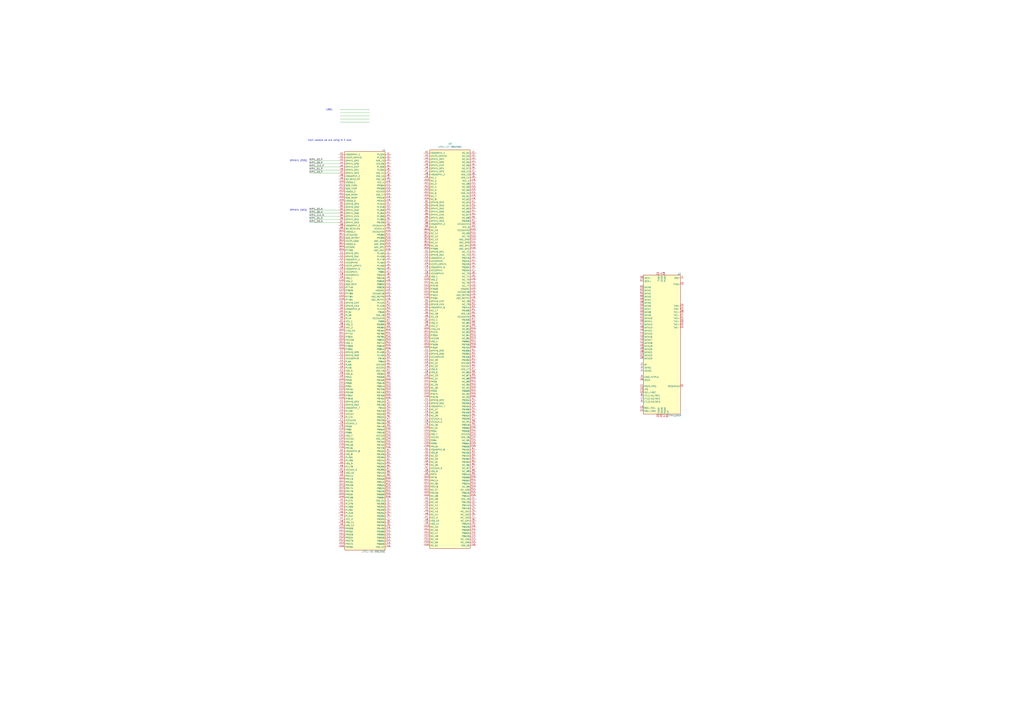
<source format=kicad_sch>
(kicad_sch (version 20250114) (generator "eeschema") (generator_version "9.0")
  (paper "A1")
  (lib_symbols
    (symbol "LIFCL-17-9BG256C:LIFCL-17-9BG256C"
      (property "Reference" "U" (at 39.37 7.62 0))
      (property "Value" "LIFCL-17-9BG256C" (at 39.37 5.08 0))
      (symbol "LIFCL-17-9BG256C_1_1"
        (rectangle (start 5.08 2.54) (end 38.1 -325.12) (stroke (width 0.254)) (fill (type background)))
        (pin passive line (at 0 0 0) (length 5.08) (name "VSSADPHY_1") (number "A1"))
        (pin passive line (at 0 -2.54 0) (length 5.08) (name "VCCPLLDPHY0") (number "A2"))
        (pin passive line (at 0 -5.08 0) (length 5.08) (name "DPHY1_DP2") (number "A3"))
        (pin passive line (at 0 -7.62 0) (length 5.08) (name "DPHY1_DP0") (number "A4"))
        (pin passive line (at 0 -10.16 0) (length 5.08) (name "DPHY1_CKP") (number "A5"))
        (pin passive line (at 0 -12.7 0) (length 5.08) (name "DPHY1_DP1") (number "A6"))
        (pin passive line (at 0 -15.24 0) (length 5.08) (name "DPHY1_DP3") (number "A7"))
        (pin passive line (at 0 -17.78 0) (length 5.08) (name "VSSADPHY_2") (number "A8"))
        (pin passive line (at 0 -20.32 0) (length 5.08) (name "NC_1") (number "A9"))
        (pin passive line (at 0 -22.86 0) (length 5.08) (name "NC_2") (number "A10"))
        (pin passive line (at 0 -25.4 0) (length 5.08) (name "NC_3") (number "A11"))
        (pin passive line (at 0 -27.94 0) (length 5.08) (name "NC_4") (number "A12"))
        (pin passive line (at 0 -30.48 0) (length 5.08) (name "NC_5") (number "A13"))
        (pin passive line (at 0 -33.02 0) (length 5.08) (name "NC_6") (number "A14"))
        (pin passive line (at 0 -35.56 0) (length 5.08) (name "NC_7") (number "A15"))
        (pin passive line (at 0 -38.1 0) (length 5.08) (name "NC_8") (number "A16"))
        (pin passive line (at 0 -40.64 0) (length 5.08) (name "DPHY0_DP3") (number "B1"))
        (pin passive line (at 0 -43.18 0) (length 5.08) (name "DPHY0_DN3") (number "B2"))
        (pin passive line (at 0 -45.72 0) (length 5.08) (name "DPHY1_DN2") (number "B3"))
        (pin passive line (at 0 -48.26 0) (length 5.08) (name "DPHY1_DN0") (number "B4"))
        (pin passive line (at 0 -50.8 0) (length 5.08) (name "DPHY1_CKN") (number "B5"))
        (pin passive line (at 0 -53.34 0) (length 5.08) (name "DPHY1_DN1") (number "B6"))
        (pin passive line (at 0 -55.88 0) (length 5.08) (name "DPHY1_DN3") (number "B7"))
        (pin passive line (at 0 -58.42 0) (length 5.08) (name "VSSADPHY_3") (number "B8"))
        (pin passive line (at 0 -60.96 0) (length 5.08) (name "NC_9") (number "B9"))
        (pin passive line (at 0 -63.5 0) (length 5.08) (name "NC_10") (number "B10"))
        (pin passive line (at 0 -66.04 0) (length 5.08) (name "NC_11") (number "B11"))
        (pin passive line (at 0 -68.58 0) (length 5.08) (name "NC_12") (number "B12"))
        (pin passive line (at 0 -71.12 0) (length 5.08) (name "NC_13") (number "B13"))
        (pin passive line (at 0 -73.66 0) (length 5.08) (name "NC_14") (number "B14"))
        (pin passive line (at 0 -76.2 0) (length 5.08) (name "NC_15") (number "B15"))
        (pin passive line (at 0 -78.74 0) (length 5.08) (name "PT59B") (number "B16"))
        (pin passive line (at 0 -81.28 0) (length 5.08) (name "DPHY0_DP1") (number "C1"))
        (pin passive line (at 0 -83.82 0) (length 5.08) (name "DPHY0_DN1") (number "C2"))
        (pin passive line (at 0 -86.36 0) (length 5.08) (name "VSSADPHY_4") (number "C3"))
        (pin passive line (at 0 -88.9 0) (length 5.08) (name "VCCDPHY0") (number "C4"))
        (pin passive line (at 0 -91.44 0) (length 5.08) (name "VCCPLLDPHY1") (number "C5"))
        (pin passive line (at 0 -93.98 0) (length 5.08) (name "VSSADPHY_5") (number "C6"))
        (pin passive line (at 0 -96.52 0) (length 5.08) (name "VCCDPHY1") (number "C7"))
        (pin passive line (at 0 -99.06 0) (length 5.08) (name "VCCADPHY1") (number "C8"))
        (pin passive line (at 0 -101.6 0) (length 5.08) (name "VSS_1") (number "C9"))
        (pin passive line (at 0 -104.14 0) (length 5.08) (name "VSS_2") (number "C10"))
        (pin passive line (at 0 -106.68 0) (length 5.08) (name "NC_16") (number "C11"))
        (pin passive line (at 0 -109.22 0) (length 5.08) (name "PT57B") (number "C12"))
        (pin passive line (at 0 -111.76 0) (length 5.08) (name "PT65B") (number "C13"))
        (pin passive line (at 0 -114.3 0) (length 5.08) (name "PT61B") (number "C14"))
        (pin passive line (at 0 -116.84 0) (length 5.08) (name "PT61A") (number "C15"))
        (pin passive line (at 0 -119.38 0) (length 5.08) (name "PT59A") (number "C16"))
        (pin passive line (at 0 -121.92 0) (length 5.08) (name "DPHY0_CKP") (number "D1"))
        (pin passive line (at 0 -124.46 0) (length 5.08) (name "DPHY0_CKN") (number "D2"))
        (pin passive line (at 0 -127 0) (length 5.08) (name "VSSADPHY_6") (number "D3"))
        (pin passive line (at 0 -129.54 0) (length 5.08) (name "NC_17") (number "D4"))
        (pin passive line (at 0 -132.08 0) (length 5.08) (name "NC_18") (number "D5"))
        (pin passive line (at 0 -134.62 0) (length 5.08) (name "NC_19") (number "D6"))
        (pin passive line (at 0 -137.16 0) (length 5.08) (name "VCC_1") (number "D7"))
        (pin passive line (at 0 -139.7 0) (length 5.08) (name "VSS_3") (number "D8"))
        (pin passive line (at 0 -142.24 0) (length 5.08) (name "VCC_2") (number "D9"))
        (pin passive line (at 0 -144.78 0) (length 5.08) (name "JTAG_EN") (number "D10"))
        (pin passive line (at 0 -147.32 0) (length 5.08) (name "PT57A") (number "D11"))
        (pin passive line (at 0 -149.86 0) (length 5.08) (name "PT65A") (number "D12"))
        (pin passive line (at 0 -152.4 0) (length 5.08) (name "VCCIO0") (number "D13"))
        (pin passive line (at 0 -154.94 0) (length 5.08) (name "VSS_4") (number "D14"))
        (pin passive line (at 0 -157.48 0) (length 5.08) (name "PT63B") (number "D15"))
        (pin passive line (at 0 -160.02 0) (length 5.08) (name "PT63A") (number "D16"))
        (pin passive line (at 0 -162.56 0) (length 5.08) (name "DPHY0_DP0") (number "E1"))
        (pin passive line (at 0 -165.1 0) (length 5.08) (name "DPHY0_DN0") (number "E2"))
        (pin passive line (at 0 -167.64 0) (length 5.08) (name "VCCADPHY0") (number "E3"))
        (pin passive line (at 0 -170.18 0) (length 5.08) (name "NC_20") (number "E4"))
        (pin passive line (at 0 -172.72 0) (length 5.08) (name "NC_21") (number "E5"))
        (pin passive line (at 0 -175.26 0) (length 5.08) (name "NC_22") (number "E6"))
        (pin passive line (at 0 -177.8 0) (length 5.08) (name "VSS_5") (number "E7"))
        (pin passive line (at 0 -180.34 0) (length 5.08) (name "VSS_6") (number "E8"))
        (pin passive line (at 0 -182.88 0) (length 5.08) (name "NC_23") (number "E9"))
        (pin passive line (at 0 -185.42 0) (length 5.08) (name "NC_24") (number "E10"))
        (pin passive line (at 0 -187.96 0) (length 5.08) (name "PR3B") (number "E11"))
        (pin passive line (at 0 -190.5 0) (length 5.08) (name "NC_25") (number "E12"))
        (pin passive line (at 0 -193.04 0) (length 5.08) (name "NC_26") (number "E13"))
        (pin passive line (at 0 -195.58 0) (length 5.08) (name "PR5B") (number "E14"))
        (pin passive line (at 0 -198.12 0) (length 5.08) (name "PT67A") (number "E15"))
        (pin passive line (at 0 -200.66 0) (length 5.08) (name "PT67B") (number "E16"))
        (pin passive line (at 0 -203.2 0) (length 5.08) (name "DPHY0_DP2") (number "F1"))
        (pin passive line (at 0 -205.74 0) (length 5.08) (name "DPHY0_DN2") (number "F2"))
        (pin passive line (at 0 -208.28 0) (length 5.08) (name "VSSADPHY_7") (number "F3"))
        (pin passive line (at 0 -210.82 0) (length 5.08) (name "NC_27") (number "F4"))
        (pin passive line (at 0 -213.36 0) (length 5.08) (name "NC_28") (number "F5"))
        (pin passive line (at 0 -215.9 0) (length 5.08) (name "NC_29") (number "F6"))
        (pin passive line (at 0 -218.44 0) (length 5.08) (name "VCCAUX_1") (number "F7"))
        (pin passive line (at 0 -220.98 0) (length 5.08) (name "VCCAUX_2") (number "F8"))
        (pin passive line (at 0 -223.52 0) (length 5.08) (name "NC_30") (number "F9"))
        (pin passive line (at 0 -226.06 0) (length 5.08) (name "NC_31") (number "F10"))
        (pin passive line (at 0 -228.6 0) (length 5.08) (name "PR5A") (number "F11"))
        (pin passive line (at 0 -231.14 0) (length 5.08) (name "VSS_7") (number "F12"))
        (pin passive line (at 0 -233.68 0) (length 5.08) (name "VCCIO1") (number "F13"))
        (pin passive line (at 0 -236.22 0) (length 5.08) (name "PR9A") (number "F14"))
        (pin passive line (at 0 -238.76 0) (length 5.08) (name "PR9B") (number "F15"))
        (pin passive line (at 0 -241.3 0) (length 5.08) (name "PR13A") (number "F16"))
        (pin passive line (at 0 -243.84 0) (length 5.08) (name "VSSADPHY_8") (number "G1"))
        (pin passive line (at 0 -246.38 0) (length 5.08) (name "VSS_8") (number "G2"))
        (pin passive line (at 0 -248.92 0) (length 5.08) (name "NC_32") (number "G3"))
        (pin passive line (at 0 -251.46 0) (length 5.08) (name "NC_33") (number "G4"))
        (pin passive line (at 0 -254 0) (length 5.08) (name "NC_34") (number "G5"))
        (pin passive line (at 0 -256.54 0) (length 5.08) (name "NC_35") (number "G6"))
        (pin passive line (at 0 -259.08 0) (length 5.08) (name "VCCAUX_3") (number "G7"))
        (pin passive line (at 0 -261.62 0) (length 5.08) (name "VSS_9") (number "G8"))
        (pin passive line (at 0 -264.16 0) (length 5.08) (name "PR7A") (number "G9"))
        (pin passive line (at 0 -266.7 0) (length 5.08) (name "PR7B") (number "G10"))
        (pin passive line (at 0 -269.24 0) (length 5.08) (name "PR11A") (number "G11"))
        (pin passive line (at 0 -271.78 0) (length 5.08) (name "NC_36") (number "G12"))
        (pin passive line (at 0 -274.32 0) (length 5.08) (name "PR11B") (number "G13"))
        (pin passive line (at 0 -276.86 0) (length 5.08) (name "NC_37") (number "G14"))
        (pin passive line (at 0 -279.4 0) (length 5.08) (name "PR13B") (number "G15"))
        (pin passive line (at 0 -281.94 0) (length 5.08) (name "NC_38") (number "G16"))
        (pin passive line (at 0 -284.48 0) (length 5.08) (name "NC_39") (number "H1"))
        (pin passive line (at 0 -287.02 0) (length 5.08) (name "NC_40") (number "H2"))
        (pin passive line (at 0 -289.56 0) (length 5.08) (name "NC_41") (number "H3"))
        (pin passive line (at 0 -292.1 0) (length 5.08) (name "NC_42") (number "H4"))
        (pin passive line (at 0 -294.64 0) (length 5.08) (name "NC_43") (number "H5"))
        (pin passive line (at 0 -297.18 0) (length 5.08) (name "NC_44") (number "H6"))
        (pin passive line (at 0 -299.72 0) (length 5.08) (name "VCC_3") (number "H7"))
        (pin passive line (at 0 -302.26 0) (length 5.08) (name "VSS_10") (number "H8"))
        (pin passive line (at 0 -304.8 0) (length 5.08) (name "VSS_11") (number "H9"))
        (pin passive line (at 0 -307.34 0) (length 5.08) (name "NC_45") (number "H10"))
        (pin passive line (at 0 -309.88 0) (length 5.08) (name "NC_46") (number "H11"))
        (pin passive line (at 0 -312.42 0) (length 5.08) (name "NC_47") (number "H12"))
        (pin passive line (at 0 -314.96 0) (length 5.08) (name "NC_48") (number "H13"))
        (pin passive line (at 0 -317.5 0) (length 5.08) (name "NC_49") (number "H14"))
        (pin passive line (at 0 -320.04 0) (length 5.08) (name "NC_50") (number "H15"))
        (pin passive line (at 0 -322.58 0) (length 5.08) (name "NC_51") (number "H16"))
        (pin passive line (at 43.18 0 180) (length 5.08) (name "NC_52") (number "J1"))
        (pin passive line (at 43.18 -2.54 180) (length 5.08) (name "NC_53") (number "J2"))
        (pin passive line (at 43.18 -5.08 180) (length 5.08) (name "NC_54") (number "J3"))
        (pin passive line (at 43.18 -7.62 180) (length 5.08) (name "NC_55") (number "J4"))
        (pin passive line (at 43.18 -10.16 180) (length 5.08) (name "NC_56") (number "J5"))
        (pin passive line (at 43.18 -12.7 180) (length 5.08) (name "NC_57") (number "J6"))
        (pin passive line (at 43.18 -15.24 180) (length 5.08) (name "VSS_12") (number "J7"))
        (pin passive line (at 43.18 -17.78 180) (length 5.08) (name "VSS_13") (number "J8"))
        (pin passive line (at 43.18 -20.32 180) (length 5.08) (name "VSS_14") (number "J9"))
        (pin passive line (at 43.18 -22.86 180) (length 5.08) (name "VCC_4") (number "J10"))
        (pin passive line (at 43.18 -25.4 180) (length 5.08) (name "NC_58") (number "J11"))
        (pin passive line (at 43.18 -27.94 180) (length 5.08) (name "NC_59") (number "J12"))
        (pin passive line (at 43.18 -30.48 180) (length 5.08) (name "NC_60") (number "J13"))
        (pin passive line (at 43.18 -33.02 180) (length 5.08) (name "VSS_15") (number "J14"))
        (pin passive line (at 43.18 -35.56 180) (length 5.08) (name "NC_61") (number "J15"))
        (pin passive line (at 43.18 -38.1 180) (length 5.08) (name "NC_62") (number "J16"))
        (pin passive line (at 43.18 -40.64 180) (length 5.08) (name "NC_63") (number "K1"))
        (pin passive line (at 43.18 -43.18 180) (length 5.08) (name "NC_64") (number "K2"))
        (pin passive line (at 43.18 -45.72 180) (length 5.08) (name "NC_65") (number "K3"))
        (pin passive line (at 43.18 -48.26 180) (length 5.08) (name "NC_66") (number "K4"))
        (pin passive line (at 43.18 -50.8 180) (length 5.08) (name "NC_67") (number "K5"))
        (pin passive line (at 43.18 -53.34 180) (length 5.08) (name "NC_68") (number "K6"))
        (pin passive line (at 43.18 -55.88 180) (length 5.08) (name "PB26B") (number "K7"))
        (pin passive line (at 43.18 -58.42 180) (length 5.08) (name "VCCAUXH4") (number "K8"))
        (pin passive line (at 43.18 -60.96 180) (length 5.08) (name "VCC_5") (number "K9"))
        (pin passive line (at 43.18 -63.5 180) (length 5.08) (name "VCCAUXH3") (number "K10"))
        (pin passive line (at 43.18 -66.04 180) (length 5.08) (name "NC_69") (number "K11"))
        (pin passive line (at 43.18 -68.58 180) (length 5.08) (name "NC_70") (number "K12"))
        (pin passive line (at 43.18 -71.12 180) (length 5.08) (name "ADC_DN0") (number "K13"))
        (pin passive line (at 43.18 -73.66 180) (length 5.08) (name "ADC_DP0") (number "K14"))
        (pin passive line (at 43.18 -76.2 180) (length 5.08) (name "ADC_DP1") (number "K15"))
        (pin passive line (at 43.18 -78.74 180) (length 5.08) (name "ADC_DN1") (number "K16"))
        (pin passive line (at 43.18 -81.28 180) (length 5.08) (name "NC_71") (number "L1"))
        (pin passive line (at 43.18 -83.82 180) (length 5.08) (name "NC_72") (number "L2"))
        (pin passive line (at 43.18 -86.36 180) (length 5.08) (name "PB24B") (number "L3"))
        (pin passive line (at 43.18 -88.9 180) (length 5.08) (name "PB22A") (number "L4"))
        (pin passive line (at 43.18 -91.44 180) (length 5.08) (name "PB22B") (number "L5"))
        (pin passive line (at 43.18 -93.98 180) (length 5.08) (name "PB26A") (number "L6"))
        (pin passive line (at 43.18 -96.52 180) (length 5.08) (name "PB20A") (number "L7"))
        (pin passive line (at 43.18 -99.06 180) (length 5.08) (name "NC_73") (number "L8"))
        (pin passive line (at 43.18 -101.6 180) (length 5.08) (name "NC_74") (number "L9"))
        (pin passive line (at 43.18 -104.14 180) (length 5.08) (name "NC_75") (number "L10"))
        (pin passive line (at 43.18 -106.68 180) (length 5.08) (name "NC_76") (number "L11"))
        (pin passive line (at 43.18 -109.22 180) (length 5.08) (name "NC_77") (number "L12"))
        (pin passive line (at 43.18 -111.76 180) (length 5.08) (name "VSSADC") (number "L13"))
        (pin passive line (at 43.18 -114.3 180) (length 5.08) (name "VCCADC18") (number "L14"))
        (pin passive line (at 43.18 -116.84 180) (length 5.08) (name "ADC_REFP0") (number "L15"))
        (pin passive line (at 43.18 -119.38 180) (length 5.08) (name "ADC_REFP1") (number "L16"))
        (pin passive line (at 43.18 -121.92 180) (length 5.08) (name "NC_78") (number "M1"))
        (pin passive line (at 43.18 -124.46 180) (length 5.08) (name "NC_79") (number "M2"))
        (pin passive line (at 43.18 -127 180) (length 5.08) (name "PB24A") (number "M3"))
        (pin passive line (at 43.18 -129.54 180) (length 5.08) (name "PB18B") (number "M4"))
        (pin passive line (at 43.18 -132.08 180) (length 5.08) (name "VSS_16") (number "M5"))
        (pin passive line (at 43.18 -134.62 180) (length 5.08) (name "VCCAUXH5") (number "M6"))
        (pin passive line (at 43.18 -137.16 180) (length 5.08) (name "PB20B") (number "M7"))
        (pin passive line (at 43.18 -139.7 180) (length 5.08) (name "NC_80") (number "M8"))
        (pin passive line (at 43.18 -142.24 180) (length 5.08) (name "NC_81") (number "M9"))
        (pin passive line (at 43.18 -144.78 180) (length 5.08) (name "NC_82") (number "M10"))
        (pin passive line (at 43.18 -147.32 180) (length 5.08) (name "NC_83") (number "M11"))
        (pin passive line (at 43.18 -149.86 180) (length 5.08) (name "NC_84") (number "M12"))
        (pin passive line (at 43.18 -152.4 180) (length 5.08) (name "NC_85") (number "M13"))
        (pin passive line (at 43.18 -154.94 180) (length 5.08) (name "PB68A") (number "M14"))
        (pin passive line (at 43.18 -157.48 180) (length 5.08) (name "PB70B") (number "M15"))
        (pin passive line (at 43.18 -160.02 180) (length 5.08) (name "PB70A") (number "M16"))
        (pin passive line (at 43.18 -162.56 180) (length 5.08) (name "PB28B") (number "N1"))
        (pin passive line (at 43.18 -165.1 180) (length 5.08) (name "PB28A") (number "N2"))
        (pin passive line (at 43.18 -167.64 180) (length 5.08) (name "PB16B") (number "N3"))
        (pin passive line (at 43.18 -170.18 180) (length 5.08) (name "PB18A") (number "N4"))
        (pin passive line (at 43.18 -172.72 180) (length 5.08) (name "VCCIO5") (number "N5"))
        (pin passive line (at 43.18 -175.26 180) (length 5.08) (name "VCCIO4") (number "N6"))
        (pin passive line (at 43.18 -177.8 180) (length 5.08) (name "VSS_17") (number "N7"))
        (pin passive line (at 43.18 -180.34 180) (length 5.08) (name "NC_86") (number "N8"))
        (pin passive line (at 43.18 -182.88 180) (length 5.08) (name "NC_87") (number "N9"))
        (pin passive line (at 43.18 -185.42 180) (length 5.08) (name "NC_88") (number "N10"))
        (pin passive line (at 43.18 -187.96 180) (length 5.08) (name "NC_89") (number "N11"))
        (pin passive line (at 43.18 -190.5 180) (length 5.08) (name "NC_90") (number "N12"))
        (pin passive line (at 43.18 -193.04 180) (length 5.08) (name "NC_91") (number "N13"))
        (pin passive line (at 43.18 -195.58 180) (length 5.08) (name "PB68B") (number "N14"))
        (pin passive line (at 43.18 -198.12 180) (length 5.08) (name "NC_92") (number "N15"))
        (pin passive line (at 43.18 -200.66 180) (length 5.08) (name "NC_93") (number "N16"))
        (pin passive line (at 43.18 -203.2 180) (length 5.08) (name "PB30A") (number "P1"))
        (pin passive line (at 43.18 -205.74 180) (length 5.08) (name "PB30B") (number "P2"))
        (pin passive line (at 43.18 -208.28 180) (length 5.08) (name "PB16A") (number "P3"))
        (pin passive line (at 43.18 -210.82 180) (length 5.08) (name "PB48B") (number "P4"))
        (pin passive line (at 43.18 -213.36 180) (length 5.08) (name "PB46B") (number "P5"))
        (pin passive line (at 43.18 -215.9 180) (length 5.08) (name "PB50A") (number "P6"))
        (pin passive line (at 43.18 -218.44 180) (length 5.08) (name "PB50B") (number "P7"))
        (pin passive line (at 43.18 -220.98 180) (length 5.08) (name "NC_94") (number "P8"))
        (pin passive line (at 43.18 -223.52 180) (length 5.08) (name "PB54B") (number "P9"))
        (pin passive line (at 43.18 -226.06 180) (length 5.08) (name "PB58A") (number "P10"))
        (pin passive line (at 43.18 -228.6 180) (length 5.08) (name "PB56B") (number "P11"))
        (pin passive line (at 43.18 -231.14 180) (length 5.08) (name "VCCIO3") (number "P12"))
        (pin passive line (at 43.18 -233.68 180) (length 5.08) (name "VSS_18") (number "P13"))
        (pin passive line (at 43.18 -236.22 180) (length 5.08) (name "NC_95") (number "P14"))
        (pin passive line (at 43.18 -238.76 180) (length 5.08) (name "PB66A") (number "P15"))
        (pin passive line (at 43.18 -241.3 180) (length 5.08) (name "PB66B") (number "P16"))
        (pin passive line (at 43.18 -243.84 180) (length 5.08) (name "PB40A") (number "R1"))
        (pin passive line (at 43.18 -246.38 180) (length 5.08) (name "PB40B") (number "R2"))
        (pin passive line (at 43.18 -248.92 180) (length 5.08) (name "PB42A") (number "R3"))
        (pin passive line (at 43.18 -251.46 180) (length 5.08) (name "PB48A") (number "R4"))
        (pin passive line (at 43.18 -254 180) (length 5.08) (name "PB46A") (number "R5"))
        (pin passive line (at 43.18 -256.54 180) (length 5.08) (name "NC_96") (number "R6"))
        (pin passive line (at 43.18 -259.08 180) (length 5.08) (name "NC_97") (number "R7"))
        (pin passive line (at 43.18 -261.62 180) (length 5.08) (name "NC_98") (number "R8"))
        (pin passive line (at 43.18 -264.16 180) (length 5.08) (name "PB54A") (number "R9"))
        (pin passive line (at 43.18 -266.7 180) (length 5.08) (name "PB58B") (number "R10"))
        (pin passive line (at 43.18 -269.24 180) (length 5.08) (name "PB56A") (number "R11"))
        (pin passive line (at 43.18 -271.78 180) (length 5.08) (name "PB62A") (number "R12"))
        (pin passive line (at 43.18 -274.32 180) (length 5.08) (name "NC_99") (number "R13"))
        (pin passive line (at 43.18 -276.86 180) (length 5.08) (name "NC_100") (number "R14"))
        (pin passive line (at 43.18 -279.4 180) (length 5.08) (name "PB64B") (number "R15"))
        (pin passive line (at 43.18 -281.94 180) (length 5.08) (name "PB64A") (number "R16"))
        (pin passive line (at 43.18 -284.48 180) (length 5.08) (name "VSS_19") (number "T1"))
        (pin passive line (at 43.18 -287.02 180) (length 5.08) (name "PB42B") (number "T2"))
        (pin passive line (at 43.18 -289.56 180) (length 5.08) (name "PB44A") (number "T3"))
        (pin passive line (at 43.18 -292.1 180) (length 5.08) (name "PB44B") (number "T4"))
        (pin passive line (at 43.18 -294.64 180) (length 5.08) (name "NC_101") (number "T5"))
        (pin passive line (at 43.18 -297.18 180) (length 5.08) (name "NC_102") (number "T6"))
        (pin passive line (at 43.18 -299.72 180) (length 5.08) (name "NC_103") (number "T7"))
        (pin passive line (at 43.18 -302.26 180) (length 5.08) (name "NC_104") (number "T8"))
        (pin passive line (at 43.18 -304.8 180) (length 5.08) (name "PB52A") (number "T9"))
        (pin passive line (at 43.18 -307.34 180) (length 5.08) (name "PB52B") (number "T10"))
        (pin passive line (at 43.18 -309.88 180) (length 5.08) (name "PB60B") (number "T11"))
        (pin passive line (at 43.18 -312.42 180) (length 5.08) (name "PB60A") (number "T12"))
        (pin passive line (at 43.18 -314.96 180) (length 5.08) (name "PB62B") (number "T13"))
        (pin passive line (at 43.18 -317.5 180) (length 5.08) (name "NC_105") (number "T14"))
        (pin passive line (at 43.18 -320.04 180) (length 5.08) (name "NC_106") (number "T15"))
        (pin passive line (at 43.18 -322.58 180) (length 5.08) (name "VSS_20") (number "T16"))
      )
    )
    (symbol "LIFCL-40-9BG256C_1"
      (property "Reference" "U" (at 39.37 7.62 0))
      (property "Value" "LIFCL-40-9BG256C" (at 39.37 5.08 0))
      (symbol "LIFCL-40-9BG256C_1_1_1"
        (rectangle (start 5.08 2.54) (end 38.1 -325.12) (stroke (width 0.254)) (fill (type background)))
        (pin passive line (at 0 0 0) (length 5.08) (name "VSSADPHY_1") (number "A1"))
        (pin passive line (at 0 -2.54 0) (length 5.08) (name "VCCPLLDPHY0") (number "A2"))
        (pin passive line (at 0 -5.08 0) (length 5.08) (name "DPHY1_DP2") (number "A3"))
        (pin passive line (at 0 -7.62 0) (length 5.08) (name "DPHY1_DP0") (number "A4"))
        (pin passive line (at 0 -10.16 0) (length 5.08) (name "DPHY1_CKP") (number "A5"))
        (pin passive line (at 0 -12.7 0) (length 5.08) (name "DPHY1_DP1") (number "A6"))
        (pin passive line (at 0 -15.24 0) (length 5.08) (name "DPHY1_DP3") (number "A7"))
        (pin passive line (at 0 -17.78 0) (length 5.08) (name "VSSADPHY_2") (number "A8"))
        (pin passive line (at 0 -20.32 0) (length 5.08) (name "SD_REFCLKP") (number "A9"))
        (pin passive line (at 0 -22.86 0) (length 5.08) (name "VSSSD_1") (number "A10"))
        (pin passive line (at 0 -25.4 0) (length 5.08) (name "SD0_TXDN") (number "A11"))
        (pin passive line (at 0 -27.94 0) (length 5.08) (name "SD0_TXDP") (number "A12"))
        (pin passive line (at 0 -30.48 0) (length 5.08) (name "VSSSD_2") (number "A13"))
        (pin passive line (at 0 -33.02 0) (length 5.08) (name "SD0_RXDN") (number "A14"))
        (pin passive line (at 0 -35.56 0) (length 5.08) (name "SD0_RXDP") (number "A15"))
        (pin passive line (at 0 -38.1 0) (length 5.08) (name "VSSSD_3") (number "A16"))
        (pin passive line (at 0 -40.64 0) (length 5.08) (name "DPHY0_DP3") (number "B1"))
        (pin passive line (at 0 -43.18 0) (length 5.08) (name "DPHY0_DN3") (number "B2"))
        (pin passive line (at 0 -45.72 0) (length 5.08) (name "DPHY1_DN2") (number "B3"))
        (pin passive line (at 0 -48.26 0) (length 5.08) (name "DPHY1_DN0") (number "B4"))
        (pin passive line (at 0 -50.8 0) (length 5.08) (name "DPHY1_CKN") (number "B5"))
        (pin passive line (at 0 -53.34 0) (length 5.08) (name "DPHY1_DN1") (number "B6"))
        (pin passive line (at 0 -55.88 0) (length 5.08) (name "DPHY1_DN3") (number "B7"))
        (pin passive line (at 0 -58.42 0) (length 5.08) (name "VSSADPHY_3") (number "B8"))
        (pin passive line (at 0 -60.96 0) (length 5.08) (name "SD_REFCLKN") (number "B9"))
        (pin passive line (at 0 -63.5 0) (length 5.08) (name "VSSSD_4") (number "B10"))
        (pin passive line (at 0 -66.04 0) (length 5.08) (name "VCCAUXSD") (number "B11"))
        (pin passive line (at 0 -68.58 0) (length 5.08) (name "SD0_REFRET") (number "B12"))
        (pin passive line (at 0 -71.12 0) (length 5.08) (name "VCCPLLSD0") (number "B13"))
        (pin passive line (at 0 -73.66 0) (length 5.08) (name "VSSSD_5") (number "B14"))
        (pin passive line (at 0 -76.2 0) (length 5.08) (name "VCCSD0") (number "B15"))
        (pin passive line (at 0 -78.74 0) (length 5.08) (name "PT76B") (number "B16"))
        (pin passive line (at 0 -81.28 0) (length 5.08) (name "DPHY0_DP1") (number "C1"))
        (pin passive line (at 0 -83.82 0) (length 5.08) (name "DPHY0_DN1") (number "C2"))
        (pin passive line (at 0 -86.36 0) (length 5.08) (name "VSSADPHY_4") (number "C3"))
        (pin passive line (at 0 -88.9 0) (length 5.08) (name "VCCDPHY0") (number "C4"))
        (pin passive line (at 0 -91.44 0) (length 5.08) (name "VCCPLLDPHY1") (number "C5"))
        (pin passive line (at 0 -93.98 0) (length 5.08) (name "VSSADPHY_5") (number "C6"))
        (pin passive line (at 0 -96.52 0) (length 5.08) (name "VCCDPHY1") (number "C7"))
        (pin passive line (at 0 -99.06 0) (length 5.08) (name "VCCADPHY1") (number "C8"))
        (pin passive line (at 0 -101.6 0) (length 5.08) (name "VSS_1") (number "C9"))
        (pin passive line (at 0 -104.14 0) (length 5.08) (name "VSS_2") (number "C10"))
        (pin passive line (at 0 -106.68 0) (length 5.08) (name "SD0_REXT") (number "C11"))
        (pin passive line (at 0 -109.22 0) (length 5.08) (name "PT74B") (number "C12"))
        (pin passive line (at 0 -111.76 0) (length 5.08) (name "PT82B") (number "C13"))
        (pin passive line (at 0 -114.3 0) (length 5.08) (name "PT78B") (number "C14"))
        (pin passive line (at 0 -116.84 0) (length 5.08) (name "PT78A") (number "C15"))
        (pin passive line (at 0 -119.38 0) (length 5.08) (name "PT76A") (number "C16"))
        (pin passive line (at 0 -121.92 0) (length 5.08) (name "DPHY0_CKP") (number "D1"))
        (pin passive line (at 0 -124.46 0) (length 5.08) (name "DPHY0_CKN") (number "D2"))
        (pin passive line (at 0 -127 0) (length 5.08) (name "VSSADPHY_6") (number "D3"))
        (pin passive line (at 0 -129.54 0) (length 5.08) (name "PL3A") (number "D4"))
        (pin passive line (at 0 -132.08 0) (length 5.08) (name "PL3B") (number "D5"))
        (pin passive line (at 0 -134.62 0) (length 5.08) (name "PL4A") (number "D6"))
        (pin passive line (at 0 -137.16 0) (length 5.08) (name "VCC_1") (number "D7"))
        (pin passive line (at 0 -139.7 0) (length 5.08) (name "VSS_3") (number "D8"))
        (pin passive line (at 0 -142.24 0) (length 5.08) (name "VCC_2") (number "D9"))
        (pin passive line (at 0 -144.78 0) (length 5.08) (name "JTAG_EN") (number "D10"))
        (pin passive line (at 0 -147.32 0) (length 5.08) (name "PT74A") (number "D11"))
        (pin passive line (at 0 -149.86 0) (length 5.08) (name "PT82A") (number "D12"))
        (pin passive line (at 0 -152.4 0) (length 5.08) (name "VCCIO0") (number "D13"))
        (pin passive line (at 0 -154.94 0) (length 5.08) (name "VSS_4") (number "D14"))
        (pin passive line (at 0 -157.48 0) (length 5.08) (name "PT80B") (number "D15"))
        (pin passive line (at 0 -160.02 0) (length 5.08) (name "PT80A") (number "D16"))
        (pin passive line (at 0 -162.56 0) (length 5.08) (name "DPHY0_DP0") (number "E1"))
        (pin passive line (at 0 -165.1 0) (length 5.08) (name "DPHY0_DN0") (number "E2"))
        (pin passive line (at 0 -167.64 0) (length 5.08) (name "VCCADPHY0") (number "E3"))
        (pin passive line (at 0 -170.18 0) (length 5.08) (name "PL6A") (number "E4"))
        (pin passive line (at 0 -172.72 0) (length 5.08) (name "PL6B") (number "E5"))
        (pin passive line (at 0 -175.26 0) (length 5.08) (name "PL4B") (number "E6"))
        (pin passive line (at 0 -177.8 0) (length 5.08) (name "VSS_5") (number "E7"))
        (pin passive line (at 0 -180.34 0) (length 5.08) (name "VSS_6") (number "E8"))
        (pin passive line (at 0 -182.88 0) (length 5.08) (name "PR4A") (number "E9"))
        (pin passive line (at 0 -185.42 0) (length 5.08) (name "PR4B") (number "E10"))
        (pin passive line (at 0 -187.96 0) (length 5.08) (name "PR6B") (number "E11"))
        (pin passive line (at 0 -190.5 0) (length 5.08) (name "PR6A") (number "E12"))
        (pin passive line (at 0 -193.04 0) (length 5.08) (name "PR10A") (number "E13"))
        (pin passive line (at 0 -195.58 0) (length 5.08) (name "PR10B") (number "E14"))
        (pin passive line (at 0 -198.12 0) (length 5.08) (name "PT84A") (number "E15"))
        (pin passive line (at 0 -200.66 0) (length 5.08) (name "PT84B") (number "E16"))
        (pin passive line (at 0 -203.2 0) (length 5.08) (name "DPHY0_DP2") (number "F1"))
        (pin passive line (at 0 -205.74 0) (length 5.08) (name "DPHY0_DN2") (number "F2"))
        (pin passive line (at 0 -208.28 0) (length 5.08) (name "VSSADPHY_7") (number "F3"))
        (pin passive line (at 0 -210.82 0) (length 5.08) (name "PL19A") (number "F4"))
        (pin passive line (at 0 -213.36 0) (length 5.08) (name "VCCIO7") (number "F5"))
        (pin passive line (at 0 -215.9 0) (length 5.08) (name "PL17A") (number "F6"))
        (pin passive line (at 0 -218.44 0) (length 5.08) (name "VCCAUXA") (number "F7"))
        (pin passive line (at 0 -220.98 0) (length 5.08) (name "VCCAUX_1") (number "F8"))
        (pin passive line (at 0 -223.52 0) (length 5.08) (name "PR3B") (number "F9"))
        (pin passive line (at 0 -226.06 0) (length 5.08) (name "PR8A") (number "F10"))
        (pin passive line (at 0 -228.6 0) (length 5.08) (name "PR8B") (number "F11"))
        (pin passive line (at 0 -231.14 0) (length 5.08) (name "VSS_7") (number "F12"))
        (pin passive line (at 0 -233.68 0) (length 5.08) (name "VCCIO1") (number "F13"))
        (pin passive line (at 0 -236.22 0) (length 5.08) (name "PR13A") (number "F14"))
        (pin passive line (at 0 -238.76 0) (length 5.08) (name "PR13B") (number "F15"))
        (pin passive line (at 0 -241.3 0) (length 5.08) (name "PR19A") (number "F16"))
        (pin passive line (at 0 -243.84 0) (length 5.08) (name "VSSADPHY_8") (number "G1"))
        (pin passive line (at 0 -246.38 0) (length 5.08) (name "VSS_8") (number "G2"))
        (pin passive line (at 0 -248.92 0) (length 5.08) (name "PL20A") (number "G3"))
        (pin passive line (at 0 -251.46 0) (length 5.08) (name "PL19B") (number "G4"))
        (pin passive line (at 0 -254 0) (length 5.08) (name "VSS_9") (number "G5"))
        (pin passive line (at 0 -256.54 0) (length 5.08) (name "PL17B") (number "G6"))
        (pin passive line (at 0 -259.08 0) (length 5.08) (name "VCCAUX_2") (number "G7"))
        (pin passive line (at 0 -261.62 0) (length 5.08) (name "VSS_10") (number "G8"))
        (pin passive line (at 0 -264.16 0) (length 5.08) (name "PR11A") (number "G9"))
        (pin passive line (at 0 -266.7 0) (length 5.08) (name "PR11B") (number "G10"))
        (pin passive line (at 0 -269.24 0) (length 5.08) (name "PR15A") (number "G11"))
        (pin passive line (at 0 -271.78 0) (length 5.08) (name "PR15B") (number "G12"))
        (pin passive line (at 0 -274.32 0) (length 5.08) (name "PR17A") (number "G13"))
        (pin passive line (at 0 -276.86 0) (length 5.08) (name "PR17B") (number "G14"))
        (pin passive line (at 0 -279.4 0) (length 5.08) (name "PR20A") (number "G15"))
        (pin passive line (at 0 -281.94 0) (length 5.08) (name "PR19B") (number "G16"))
        (pin passive line (at 0 -284.48 0) (length 5.08) (name "PL27A") (number "H1"))
        (pin passive line (at 0 -287.02 0) (length 5.08) (name "PL27B") (number "H2"))
        (pin passive line (at 0 -289.56 0) (length 5.08) (name "PL26B") (number "H3"))
        (pin passive line (at 0 -292.1 0) (length 5.08) (name "PL26A") (number "H4"))
        (pin passive line (at 0 -294.64 0) (length 5.08) (name "PL24B") (number "H5"))
        (pin passive line (at 0 -297.18 0) (length 5.08) (name "PL24A") (number "H6"))
        (pin passive line (at 0 -299.72 0) (length 5.08) (name "VCC_3") (number "H7"))
        (pin passive line (at 0 -302.26 0) (length 5.08) (name "VSS_11") (number "H8"))
        (pin passive line (at 0 -304.8 0) (length 5.08) (name "VSS_12") (number "H9"))
        (pin passive line (at 0 -307.34 0) (length 5.08) (name "PR30B") (number "H10"))
        (pin passive line (at 0 -309.88 0) (length 5.08) (name "PR30A") (number "H11"))
        (pin passive line (at 0 -312.42 0) (length 5.08) (name "PR32B") (number "H12"))
        (pin passive line (at 0 -314.96 0) (length 5.08) (name "PR32A") (number "H13"))
        (pin passive line (at 0 -317.5 0) (length 5.08) (name "PR27B") (number "H14"))
        (pin passive line (at 0 -320.04 0) (length 5.08) (name "PR27A") (number "H15"))
        (pin passive line (at 0 -322.58 0) (length 5.08) (name "PR26A") (number "H16"))
        (pin passive line (at 43.18 0 180) (length 5.08) (name "PL32A") (number "J1"))
        (pin passive line (at 43.18 -2.54 180) (length 5.08) (name "PL32B") (number "J2"))
        (pin passive line (at 43.18 -5.08 180) (length 5.08) (name "VSS_13") (number "J3"))
        (pin passive line (at 43.18 -7.62 180) (length 5.08) (name "VCCIO6") (number "J4"))
        (pin passive line (at 43.18 -10.16 180) (length 5.08) (name "PL30B") (number "J5"))
        (pin passive line (at 43.18 -12.7 180) (length 5.08) (name "PL30A") (number "J6"))
        (pin passive line (at 43.18 -15.24 180) (length 5.08) (name "VSS_14") (number "J7"))
        (pin passive line (at 43.18 -17.78 180) (length 5.08) (name "VSS_15") (number "J8"))
        (pin passive line (at 43.18 -20.32 180) (length 5.08) (name "VSS_16") (number "J9"))
        (pin passive line (at 43.18 -22.86 180) (length 5.08) (name "VCC_4") (number "J10"))
        (pin passive line (at 43.18 -25.4 180) (length 5.08) (name "PR36A") (number "J11"))
        (pin passive line (at 43.18 -27.94 180) (length 5.08) (name "PR36B") (number "J12"))
        (pin passive line (at 43.18 -30.48 180) (length 5.08) (name "VCCIO2") (number "J13"))
        (pin passive line (at 43.18 -33.02 180) (length 5.08) (name "VSS_17") (number "J14"))
        (pin passive line (at 43.18 -35.56 180) (length 5.08) (name "PR34B") (number "J15"))
        (pin passive line (at 43.18 -38.1 180) (length 5.08) (name "PR34A") (number "J16"))
        (pin passive line (at 43.18 -40.64 180) (length 5.08) (name "PL34A") (number "K1"))
        (pin passive line (at 43.18 -43.18 180) (length 5.08) (name "PL34B") (number "K2"))
        (pin passive line (at 43.18 -45.72 180) (length 5.08) (name "PL36B") (number "K3"))
        (pin passive line (at 43.18 -48.26 180) (length 5.08) (name "PL36A") (number "K4"))
        (pin passive line (at 43.18 -50.8 180) (length 5.08) (name "PL38B") (number "K5"))
        (pin passive line (at 43.18 -53.34 180) (length 5.08) (name "PL38A") (number "K6"))
        (pin passive line (at 43.18 -55.88 180) (length 5.08) (name "PB10B") (number "K7"))
        (pin passive line (at 43.18 -58.42 180) (length 5.08) (name "VCCAUXH4") (number "K8"))
        (pin passive line (at 43.18 -60.96 180) (length 5.08) (name "VCCECLK") (number "K9"))
        (pin passive line (at 43.18 -63.5 180) (length 5.08) (name "VCCAUXH3") (number "K10"))
        (pin passive line (at 43.18 -66.04 180) (length 5.08) (name "PR38A") (number "K11"))
        (pin passive line (at 43.18 -68.58 180) (length 5.08) (name "PR38B") (number "K12"))
        (pin passive line (at 43.18 -71.12 180) (length 5.08) (name "ADC_DN0") (number "K13"))
        (pin passive line (at 43.18 -73.66 180) (length 5.08) (name "ADC_DP0") (number "K14"))
        (pin passive line (at 43.18 -76.2 180) (length 5.08) (name "ADC_DP1") (number "K15"))
        (pin passive line (at 43.18 -78.74 180) (length 5.08) (name "ADC_DN1") (number "K16"))
        (pin passive line (at 43.18 -81.28 180) (length 5.08) (name "PL40A") (number "L1"))
        (pin passive line (at 43.18 -83.82 180) (length 5.08) (name "PL40B") (number "L2"))
        (pin passive line (at 43.18 -86.36 180) (length 5.08) (name "PL47B") (number "L3"))
        (pin passive line (at 43.18 -88.9 180) (length 5.08) (name "PL46A") (number "L4"))
        (pin passive line (at 43.18 -91.44 180) (length 5.08) (name "PL46B") (number "L5"))
        (pin passive line (at 43.18 -93.98 180) (length 5.08) (name "PB10A") (number "L6"))
        (pin passive line (at 43.18 -96.52 180) (length 5.08) (name "PB8A") (number "L7"))
        (pin passive line (at 43.18 -99.06 180) (length 5.08) (name "PB34A") (number "L8"))
        (pin passive line (at 43.18 -101.6 180) (length 5.08) (name "PB34B") (number "L9"))
        (pin passive line (at 43.18 -104.14 180) (length 5.08) (name "PB80B") (number "L10"))
        (pin passive line (at 43.18 -106.68 180) (length 5.08) (name "PB80A") (number "L11"))
        (pin passive line (at 43.18 -109.22 180) (length 5.08) (name "PB82B") (number "L12"))
        (pin passive line (at 43.18 -111.76 180) (length 5.08) (name "VSSADC") (number "L13"))
        (pin passive line (at 43.18 -114.3 180) (length 5.08) (name "VCCADC18") (number "L14"))
        (pin passive line (at 43.18 -116.84 180) (length 5.08) (name "ADC_REFP0") (number "L15"))
        (pin passive line (at 43.18 -119.38 180) (length 5.08) (name "ADC_REFP1") (number "L16"))
        (pin passive line (at 43.18 -121.92 180) (length 5.08) (name "PL42A") (number "M1"))
        (pin passive line (at 43.18 -124.46 180) (length 5.08) (name "PL42B") (number "M2"))
        (pin passive line (at 43.18 -127 180) (length 5.08) (name "PL47A") (number "M3"))
        (pin passive line (at 43.18 -129.54 180) (length 5.08) (name "PB6B") (number "M4"))
        (pin passive line (at 43.18 -132.08 180) (length 5.08) (name "VSS_18") (number "M5"))
        (pin passive line (at 43.18 -134.62 180) (length 5.08) (name "VCCAUXH5") (number "M6"))
        (pin passive line (at 43.18 -137.16 180) (length 5.08) (name "PB8B") (number "M7"))
        (pin passive line (at 43.18 -139.7 180) (length 5.08) (name "PB38B") (number "M8"))
        (pin passive line (at 43.18 -142.24 180) (length 5.08) (name "PB38A") (number "M9"))
        (pin passive line (at 43.18 -144.78 180) (length 5.08) (name "PB46A") (number "M10"))
        (pin passive line (at 43.18 -147.32 180) (length 5.08) (name "PB78B") (number "M11"))
        (pin passive line (at 43.18 -149.86 180) (length 5.08) (name "PB78A") (number "M12"))
        (pin passive line (at 43.18 -152.4 180) (length 5.08) (name "PB82A") (number "M13"))
        (pin passive line (at 43.18 -154.94 180) (length 5.08) (name "PB74A") (number "M14"))
        (pin passive line (at 43.18 -157.48 180) (length 5.08) (name "PB84B") (number "M15"))
        (pin passive line (at 43.18 -160.02 180) (length 5.08) (name "PB84A") (number "M16"))
        (pin passive line (at 43.18 -162.56 180) (length 5.08) (name "PL49B") (number "N1"))
        (pin passive line (at 43.18 -165.1 180) (length 5.08) (name "PL49A") (number "N2"))
        (pin passive line (at 43.18 -167.64 180) (length 5.08) (name "PB4B") (number "N3"))
        (pin passive line (at 43.18 -170.18 180) (length 5.08) (name "PB6A") (number "N4"))
        (pin passive line (at 43.18 -172.72 180) (length 5.08) (name "VCCIO5") (number "N5"))
        (pin passive line (at 43.18 -175.26 180) (length 5.08) (name "VCCIO4") (number "N6"))
        (pin passive line (at 43.18 -177.8 180) (length 5.08) (name "VSS_19") (number "N7"))
        (pin passive line (at 43.18 -180.34 180) (length 5.08) (name "PB36A") (number "N8"))
        (pin passive line (at 43.18 -182.88 180) (length 5.08) (name "PB36B") (number "N9"))
        (pin passive line (at 43.18 -185.42 180) (length 5.08) (name "PB46B") (number "N10"))
        (pin passive line (at 43.18 -187.96 180) (length 5.08) (name "PB64B") (number "N11"))
        (pin passive line (at 43.18 -190.5 180) (length 5.08) (name "PB64A") (number "N12"))
        (pin passive line (at 43.18 -193.04 180) (length 5.08) (name "PB70B") (number "N13"))
        (pin passive line (at 43.18 -195.58 180) (length 5.08) (name "PB74B") (number "N14"))
        (pin passive line (at 43.18 -198.12 180) (length 5.08) (name "PB76B") (number "N15"))
        (pin passive line (at 43.18 -200.66 180) (length 5.08) (name "PB76A") (number "N16"))
        (pin passive line (at 43.18 -203.2 180) (length 5.08) (name "PB12A") (number "P1"))
        (pin passive line (at 43.18 -205.74 180) (length 5.08) (name "PB12B") (number "P2"))
        (pin passive line (at 43.18 -208.28 180) (length 5.08) (name "PB4A") (number "P3"))
        (pin passive line (at 43.18 -210.82 180) (length 5.08) (name "PB24B") (number "P4"))
        (pin passive line (at 43.18 -213.36 180) (length 5.08) (name "PB22B") (number "P5"))
        (pin passive line (at 43.18 -215.9 180) (length 5.08) (name "PB32A") (number "P6"))
        (pin passive line (at 43.18 -218.44 180) (length 5.08) (name "PB32B") (number "P7"))
        (pin passive line (at 43.18 -220.98 180) (length 5.08) (name "PB42B") (number "P8"))
        (pin passive line (at 43.18 -223.52 180) (length 5.08) (name "PB44B") (number "P9"))
        (pin passive line (at 43.18 -226.06 180) (length 5.08) (name "PB56A") (number "P10"))
        (pin passive line (at 43.18 -228.6 180) (length 5.08) (name "PB54B") (number "P11"))
        (pin passive line (at 43.18 -231.14 180) (length 5.08) (name "VCCIO3") (number "P12"))
        (pin passive line (at 43.18 -233.68 180) (length 5.08) (name "VSS_20") (number "P13"))
        (pin passive line (at 43.18 -236.22 180) (length 5.08) (name "PB70A") (number "P14"))
        (pin passive line (at 43.18 -238.76 180) (length 5.08) (name "PB72A") (number "P15"))
        (pin passive line (at 43.18 -241.3 180) (length 5.08) (name "PB72B") (number "P16"))
        (pin passive line (at 43.18 -243.84 180) (length 5.08) (name "PB16A") (number "R1"))
        (pin passive line (at 43.18 -246.38 180) (length 5.08) (name "PB16B") (number "R2"))
        (pin passive line (at 43.18 -248.92 180) (length 5.08) (name "PB18A") (number "R3"))
        (pin passive line (at 43.18 -251.46 180) (length 5.08) (name "PB24A") (number "R4"))
        (pin passive line (at 43.18 -254 180) (length 5.08) (name "PB22A") (number "R5"))
        (pin passive line (at 43.18 -256.54 180) (length 5.08) (name "PB26B") (number "R6"))
        (pin passive line (at 43.18 -259.08 180) (length 5.08) (name "PB28B") (number "R7"))
        (pin passive line (at 43.18 -261.62 180) (length 5.08) (name "PB42A") (number "R8"))
        (pin passive line (at 43.18 -264.16 180) (length 5.08) (name "PB44A") (number "R9"))
        (pin passive line (at 43.18 -266.7 180) (length 5.08) (name "PB56B") (number "R10"))
        (pin passive line (at 43.18 -269.24 180) (length 5.08) (name "PB54A") (number "R11"))
        (pin passive line (at 43.18 -271.78 180) (length 5.08) (name "PB60A") (number "R12"))
        (pin passive line (at 43.18 -274.32 180) (length 5.08) (name "PB62A") (number "R13"))
        (pin passive line (at 43.18 -276.86 180) (length 5.08) (name "PB62B") (number "R14"))
        (pin passive line (at 43.18 -279.4 180) (length 5.08) (name "PB68B") (number "R15"))
        (pin passive line (at 43.18 -281.94 180) (length 5.08) (name "PB68A") (number "R16"))
        (pin passive line (at 43.18 -284.48 180) (length 5.08) (name "VSS_21") (number "T1"))
        (pin passive line (at 43.18 -287.02 180) (length 5.08) (name "PB18B") (number "T2"))
        (pin passive line (at 43.18 -289.56 180) (length 5.08) (name "PB20A") (number "T3"))
        (pin passive line (at 43.18 -292.1 180) (length 5.08) (name "PB20B") (number "T4"))
        (pin passive line (at 43.18 -294.64 180) (length 5.08) (name "PB26A") (number "T5"))
        (pin passive line (at 43.18 -297.18 180) (length 5.08) (name "PB28A") (number "T6"))
        (pin passive line (at 43.18 -299.72 180) (length 5.08) (name "PB30A") (number "T7"))
        (pin passive line (at 43.18 -302.26 180) (length 5.08) (name "PB30B") (number "T8"))
        (pin passive line (at 43.18 -304.8 180) (length 5.08) (name "PB40A") (number "T9"))
        (pin passive line (at 43.18 -307.34 180) (length 5.08) (name "PB40B") (number "T10"))
        (pin passive line (at 43.18 -309.88 180) (length 5.08) (name "PB58B") (number "T11"))
        (pin passive line (at 43.18 -312.42 180) (length 5.08) (name "PB58A") (number "T12"))
        (pin passive line (at 43.18 -314.96 180) (length 5.08) (name "PB60B") (number "T13"))
        (pin passive line (at 43.18 -317.5 180) (length 5.08) (name "PB66A") (number "T14"))
        (pin passive line (at 43.18 -320.04 180) (length 5.08) (name "PB66B") (number "T15"))
        (pin passive line (at 43.18 -322.58 180) (length 5.08) (name "VSS_22") (number "T16"))
      )
    )
    (symbol "Video:TFP410PAP"
      (property "Reference" "U" (at -13.97 57.15 0))
      (property "Value" "TFP410PAP" (at 11.43 57.15 0))
      (symbol "TFP410PAP_0_1"
        (rectangle (start -15.24 55.88) (end 15.24 -58.42) (stroke (width 0.254)) (fill (type background)))
      )
      (symbol "TFP410PAP_1_1"
        (pin input line (at -17.78 53.34 0) (length 2.54) (name "IDCK-") (number "56"))
        (pin input line (at -17.78 50.8 0) (length 2.54) (name "IDCK+") (number "57"))
        (pin input line (at -17.78 45.72 0) (length 2.54) (name "DATA0") (number "63"))
        (pin input line (at -17.78 43.18 0) (length 2.54) (name "DATA1") (number "62"))
        (pin input line (at -17.78 40.64 0) (length 2.54) (name "DATA2") (number "61"))
        (pin input line (at -17.78 38.1 0) (length 2.54) (name "DATA3") (number "60"))
        (pin input line (at -17.78 35.56 0) (length 2.54) (name "DATA4") (number "59"))
        (pin input line (at -17.78 33.02 0) (length 2.54) (name "DATA5") (number "58"))
        (pin input line (at -17.78 30.48 0) (length 2.54) (name "DATA6") (number "55"))
        (pin input line (at -17.78 27.94 0) (length 2.54) (name "DATA7") (number "54"))
        (pin input line (at -17.78 25.4 0) (length 2.54) (name "DATA8") (number "53"))
        (pin input line (at -17.78 22.86 0) (length 2.54) (name "DATA9") (number "52"))
        (pin input line (at -17.78 20.32 0) (length 2.54) (name "DATA10") (number "51"))
        (pin input line (at -17.78 17.78 0) (length 2.54) (name "DATA11") (number "50"))
        (pin input line (at -17.78 15.24 0) (length 2.54) (name "DATA12") (number "47"))
        (pin input line (at -17.78 12.7 0) (length 2.54) (name "DATA13") (number "46"))
        (pin input line (at -17.78 10.16 0) (length 2.54) (name "DATA14") (number "45"))
        (pin input line (at -17.78 7.62 0) (length 2.54) (name "DATA15") (number "44"))
        (pin input line (at -17.78 5.08 0) (length 2.54) (name "DATA16") (number "43"))
        (pin input line (at -17.78 2.54 0) (length 2.54) (name "DATA17") (number "42"))
        (pin input line (at -17.78 0 0) (length 2.54) (name "DATA18") (number "41"))
        (pin input line (at -17.78 -2.54 0) (length 2.54) (name "DATA19") (number "40"))
        (pin input line (at -17.78 -5.08 0) (length 2.54) (name "DATA20") (number "39"))
        (pin input line (at -17.78 -7.62 0) (length 2.54) (name "DATA21") (number "38"))
        (pin input line (at -17.78 -10.16 0) (length 2.54) (name "DATA22") (number "37"))
        (pin input line (at -17.78 -12.7 0) (length 2.54) (name "DATA23") (number "36"))
        (pin input line (at -17.78 -17.78 0) (length 2.54) (name "DE") (number "2"))
        (pin input line (at -17.78 -20.32 0) (length 2.54) (name "VSYNC") (number "5"))
        (pin input line (at -17.78 -22.86 0) (length 2.54) (name "HSYNC") (number "4"))
        (pin input line (at -17.78 -27.94 0) (length 2.54) (name "EDGE/HTPLG") (number "9"))
        (pin input line (at -17.78 -30.48 0) (length 2.54) (name "DKEN") (number "35"))
        (pin output line (at -17.78 -35.56 0) (length 2.54) (name "MSEN/PO1") (number "11"))
        (pin input line (at -17.78 -38.1 0) (length 2.54) (name "~PD") (number "10"))
        (pin input line (at -17.78 -40.64 0) (length 2.54) (name "ISEL/~RST") (number "13"))
        (pin input line (at -17.78 -43.18 0) (length 2.54) (name "CTL1/A1/DK1") (number "8"))
        (pin input line (at -17.78 -45.72 0) (length 2.54) (name "CTL2/A2/DK2") (number "7"))
        (pin input line (at -17.78 -48.26 0) (length 2.54) (name "CTL3/A3/DK3") (number "6"))
        (pin input line (at -17.78 -53.34 0) (length 2.54) (name "BSEL/SCL") (number "15"))
        (pin bidirectional line (at -17.78 -55.88 0) (length 2.54) (name "DSEL/SDA") (number "14"))
        (pin power_in line (at -2.54 58.42 270) (length 2.54) (name "TVDD") (number "23"))
        (pin passive line (at -2.54 58.42 270) (length 2.54) (hide yes) (name "TVDD") (number "29"))
        (pin power_in line (at -2.54 -60.96 90) (length 2.54) (name "TGND") (number "20"))
        (pin passive line (at -2.54 -60.96 90) (length 2.54) (hide yes) (name "TGND") (number "26"))
        (pin passive line (at -2.54 -60.96 90) (length 2.54) (hide yes) (name "TGND") (number "32"))
        (pin power_in line (at 0 58.42 270) (length 2.54) (name "DVDD") (number "1"))
        (pin passive line (at 0 58.42 270) (length 2.54) (hide yes) (name "DVDD") (number "12"))
        (pin passive line (at 0 58.42 270) (length 2.54) (hide yes) (name "DVDD") (number "33"))
        (pin power_in line (at 0 -60.96 90) (length 2.54) (name "DGND") (number "16"))
        (pin passive line (at 0 -60.96 90) (length 2.54) (hide yes) (name "DGND") (number "48"))
        (pin passive line (at 0 -60.96 90) (length 2.54) (hide yes) (name "DGND") (number "64"))
        (pin power_in line (at 2.54 58.42 270) (length 2.54) (name "PVDD") (number "18"))
        (pin power_in line (at 2.54 -60.96 90) (length 2.54) (name "PGND") (number "17"))
        (pin power_in line (at 5.08 -60.96 90) (length 2.54) (name "EP") (number "65"))
        (pin no_connect line (at 15.24 -33.02 180) (length 2.54) (hide yes) (name "NC") (number "49"))
        (pin input line (at 17.78 53.34 180) (length 2.54) (name "VREF") (number "3"))
        (pin input line (at 17.78 48.26 180) (length 2.54) (name "TFADJ") (number "19"))
        (pin output line (at 17.78 30.48 180) (length 2.54) (name "TX0+") (number "25"))
        (pin output line (at 17.78 27.94 180) (length 2.54) (name "TX0-") (number "24"))
        (pin output line (at 17.78 25.4 180) (length 2.54) (name "TX1+") (number "28"))
        (pin output line (at 17.78 22.86 180) (length 2.54) (name "TX1-") (number "27"))
        (pin output line (at 17.78 20.32 180) (length 2.54) (name "TX2+") (number "31"))
        (pin output line (at 17.78 17.78 180) (length 2.54) (name "TX2-") (number "30"))
        (pin output line (at 17.78 15.24 180) (length 2.54) (name "TXC+") (number "22"))
        (pin output line (at 17.78 12.7 180) (length 2.54) (name "TXC-") (number "21"))
        (pin input line (at 17.78 -35.56 180) (length 2.54) (name "RESERVED") (number "34"))
      )
    )
  )
  (text "DPHNY1 (POS)" (at 245.11 132.08 0) (effects (font (size 1.27 1.27))))
  (text "Each camera we are using is 2 lane" (at 270.764 115.316 0) (effects (font (size 1.27 1.27))))
  (text "LABEL" (at 270.51 90.17 0) (effects (font (size 1.27 1.27))))
  (text "DPHNY1 (NEG)" (at 245.11 172.72 0) (effects (font (size 1.27 1.27))))
  (wire (pts (xy 254 132.08) (xy 278.13 132.08)))
  (wire (pts (xy 254 134.62) (xy 278.13 134.62)))
  (wire (pts (xy 254 182.88) (xy 278.13 182.88)))
  (wire (pts (xy 254 177.8) (xy 278.13 177.8)))
  (wire (pts (xy 279.4 92.71) (xy 303.53 92.71)))
  (wire (pts (xy 279.4 90.17) (xy 303.53 90.17)))
  (wire (pts (xy 254 142.24) (xy 278.13 142.24)))
  (wire (pts (xy 254 180.34) (xy 278.13 180.34)))
  (wire (pts (xy 279.4 97.79) (xy 303.53 97.79)))
  (wire (pts (xy 254 137.16) (xy 278.13 137.16)))
  (wire (pts (xy 254 175.26) (xy 278.13 175.26)))
  (wire (pts (xy 254 139.7) (xy 278.13 139.7)))
  (wire (pts (xy 279.4 95.25) (xy 303.53 95.25)))
  (wire (pts (xy 254 172.72) (xy 278.13 172.72)))
  (wire (pts (xy 279.4 100.33) (xy 303.53 100.33)))
  (label "MIPI1_D2_P" (at 254 132.08 0))
  (label "MIPI1_D1_P" (at 254 139.7 0))
  (label "MIPI1_CLK_P" (at 254 137.16 0))
  (label "MIPI1_D3_P" (at 254 142.24 0))
  (label "MIPI1_CLK_N" (at 254 177.8 0))
  (label "MIPI1_D2_N" (at 254 172.72 0))
  (label "MIPI1_D3_N" (at 254 182.88 0))
  (label "MIPI1_D0_N" (at 254 175.26 0))
  (label "MIPI1_D1_N" (at 254 180.34 0))
  (label "MIPI1_D0_P" (at 254 134.62 0))
  (symbol (lib_id "Video:TFP410PAP") (at 543.56 281.94 0) (unit 1)
    (property "Reference" "U2" (at 556.514 225.044 0) (effects (justify left)))
    (property "Value" "TFP410PAP" (at 548.894 341.63 0) (effects (justify left)))
    (property "Footprint" "Package_QFP:Texas_TQFP-64-1EP_10x10mm_P0.5mm_EP8x8mm_Mask5x5mm_ThermalVias" (effects (hide yes)))
    (property "Datasheet" "http://www.ti.com/lit/ds/symlink/tfp410.pdf" (effects (hide yes)))
    (property "Description" "Digital Visual Interface Compliant PanelBus Digital Transmitter, TQFP-64" (effects (hide yes)))
  )
  (symbol (lib_id "LIFCL-17-9BG256C:LIFCL-17-9BG256C") (at 347.98 125.73 0) (unit 1)
    (property "Reference" "U3" (at 369.57 118.11 0))
    (property "Value" "LIFCL-17-9BG256C" (at 369.57 120.65 0))
    (property "Footprint" "BGA256C80P16X16_1400X1400X170" (effects (hide yes)))
    (property "Datasheet" "https://www.latticesemi.com/Products/FPGAandCPLD/CrossLink-NX" (effects (hide yes)))
    (property "Description" "Embedded Vision and Processing FPGA" (effects (hide yes)))
    (property "Height" "1.7" (effects (hide yes)))
    (property "Mouser Part Number" "842-LIFCL-17-9BG256C" (effects (hide yes)))
    (property "Mouser Price/Stock" "https://www.mouser.co.uk/ProductDetail/Lattice/LIFCL-17-9BG256C?qs=W%2FMpXkg%252BdQ5zYVQ8Epcwig%3D%3D" (effects (hide yes)))
    (property "Manufacturer_Name" "Lattice Semiconductor" (effects (hide yes)))
    (property "Manufacturer_Part_Number" "LIFCL-17-9BG256C" (effects (hide yes)))
  )
  (symbol (lib_name "LIFCL-40-9BG256C_1") (lib_id "LIFCL-40-9BG256C:LIFCL-40-9BG256C") (at 278.13 127 0) (unit 1)
    (property "Reference" "U1" (at 315.214 123.444 0))
    (property "Value" "LIFCL-40-9BG256C" (at 306.832 453.39 0))
    (property "Footprint" "BGA256C80P16X16_1400X1400X170" (effects (hide yes)))
    (property "Datasheet" "https://www.latticesemi.com/Products/FPGAandCPLD/CrossLink-NX" (effects (hide yes)))
    (property "Description" "Embedded Vision and Processing FPGA" (effects (hide yes)))
    (property "Height" "1.7" (effects (hide yes)))
    (property "Manufacturer_Name" "Lattice Semiconductor" (effects (hide yes)))
    (property "Manufacturer_Part_Number" "LIFCL-40-9BG256C" (effects (hide yes)))
  )
)
</source>
